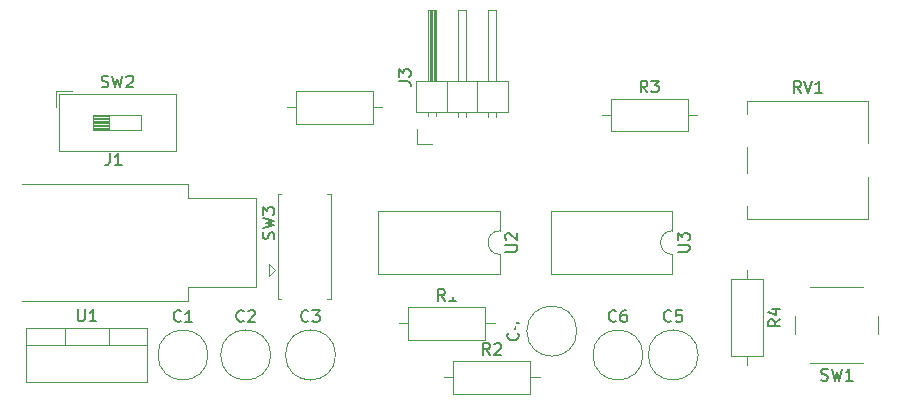
<source format=gbr>
%TF.GenerationSoftware,KiCad,Pcbnew,7.0.9*%
%TF.CreationDate,2024-01-28T22:41:43+11:00*%
%TF.ProjectId,power-module,706f7765-722d-46d6-9f64-756c652e6b69,rev?*%
%TF.SameCoordinates,Original*%
%TF.FileFunction,Legend,Top*%
%TF.FilePolarity,Positive*%
%FSLAX46Y46*%
G04 Gerber Fmt 4.6, Leading zero omitted, Abs format (unit mm)*
G04 Created by KiCad (PCBNEW 7.0.9) date 2024-01-28 22:41:43*
%MOMM*%
%LPD*%
G01*
G04 APERTURE LIST*
%ADD10C,0.150000*%
%ADD11C,0.120000*%
%ADD12C,1.200000*%
%ADD13C,1.600000*%
%ADD14O,1.600000X1.600000*%
%ADD15C,4.000000*%
%ADD16C,2.340000*%
%ADD17R,2.020000X5.020000*%
%ADD18O,2.020000X5.020000*%
%ADD19O,3.500000X2.200000*%
%ADD20R,2.500000X1.500000*%
%ADD21O,2.500000X1.500000*%
%ADD22R,1.600000X1.600000*%
%ADD23C,2.000000*%
%ADD24R,1.700000X1.700000*%
%ADD25O,1.700000X1.700000*%
%ADD26R,1.905000X2.000000*%
%ADD27O,1.905000X2.000000*%
G04 APERTURE END LIST*
D10*
X153319580Y-64821666D02*
X153367200Y-64869285D01*
X153367200Y-64869285D02*
X153414819Y-65012142D01*
X153414819Y-65012142D02*
X153414819Y-65107380D01*
X153414819Y-65107380D02*
X153367200Y-65250237D01*
X153367200Y-65250237D02*
X153271961Y-65345475D01*
X153271961Y-65345475D02*
X153176723Y-65393094D01*
X153176723Y-65393094D02*
X152986247Y-65440713D01*
X152986247Y-65440713D02*
X152843390Y-65440713D01*
X152843390Y-65440713D02*
X152652914Y-65393094D01*
X152652914Y-65393094D02*
X152557676Y-65345475D01*
X152557676Y-65345475D02*
X152462438Y-65250237D01*
X152462438Y-65250237D02*
X152414819Y-65107380D01*
X152414819Y-65107380D02*
X152414819Y-65012142D01*
X152414819Y-65012142D02*
X152462438Y-64869285D01*
X152462438Y-64869285D02*
X152510057Y-64821666D01*
X152748152Y-63964523D02*
X153414819Y-63964523D01*
X152367200Y-64202618D02*
X153081485Y-64440713D01*
X153081485Y-64440713D02*
X153081485Y-63821666D01*
X166318333Y-63784580D02*
X166270714Y-63832200D01*
X166270714Y-63832200D02*
X166127857Y-63879819D01*
X166127857Y-63879819D02*
X166032619Y-63879819D01*
X166032619Y-63879819D02*
X165889762Y-63832200D01*
X165889762Y-63832200D02*
X165794524Y-63736961D01*
X165794524Y-63736961D02*
X165746905Y-63641723D01*
X165746905Y-63641723D02*
X165699286Y-63451247D01*
X165699286Y-63451247D02*
X165699286Y-63308390D01*
X165699286Y-63308390D02*
X165746905Y-63117914D01*
X165746905Y-63117914D02*
X165794524Y-63022676D01*
X165794524Y-63022676D02*
X165889762Y-62927438D01*
X165889762Y-62927438D02*
X166032619Y-62879819D01*
X166032619Y-62879819D02*
X166127857Y-62879819D01*
X166127857Y-62879819D02*
X166270714Y-62927438D01*
X166270714Y-62927438D02*
X166318333Y-62975057D01*
X167223095Y-62879819D02*
X166746905Y-62879819D01*
X166746905Y-62879819D02*
X166699286Y-63356009D01*
X166699286Y-63356009D02*
X166746905Y-63308390D01*
X166746905Y-63308390D02*
X166842143Y-63260771D01*
X166842143Y-63260771D02*
X167080238Y-63260771D01*
X167080238Y-63260771D02*
X167175476Y-63308390D01*
X167175476Y-63308390D02*
X167223095Y-63356009D01*
X167223095Y-63356009D02*
X167270714Y-63451247D01*
X167270714Y-63451247D02*
X167270714Y-63689342D01*
X167270714Y-63689342D02*
X167223095Y-63784580D01*
X167223095Y-63784580D02*
X167175476Y-63832200D01*
X167175476Y-63832200D02*
X167080238Y-63879819D01*
X167080238Y-63879819D02*
X166842143Y-63879819D01*
X166842143Y-63879819D02*
X166746905Y-63832200D01*
X166746905Y-63832200D02*
X166699286Y-63784580D01*
X147153333Y-62092819D02*
X146820000Y-61616628D01*
X146581905Y-62092819D02*
X146581905Y-61092819D01*
X146581905Y-61092819D02*
X146962857Y-61092819D01*
X146962857Y-61092819D02*
X147058095Y-61140438D01*
X147058095Y-61140438D02*
X147105714Y-61188057D01*
X147105714Y-61188057D02*
X147153333Y-61283295D01*
X147153333Y-61283295D02*
X147153333Y-61426152D01*
X147153333Y-61426152D02*
X147105714Y-61521390D01*
X147105714Y-61521390D02*
X147058095Y-61569009D01*
X147058095Y-61569009D02*
X146962857Y-61616628D01*
X146962857Y-61616628D02*
X146581905Y-61616628D01*
X148105714Y-62092819D02*
X147534286Y-62092819D01*
X147820000Y-62092819D02*
X147820000Y-61092819D01*
X147820000Y-61092819D02*
X147724762Y-61235676D01*
X147724762Y-61235676D02*
X147629524Y-61330914D01*
X147629524Y-61330914D02*
X147534286Y-61378533D01*
X177284761Y-44469819D02*
X176951428Y-43993628D01*
X176713333Y-44469819D02*
X176713333Y-43469819D01*
X176713333Y-43469819D02*
X177094285Y-43469819D01*
X177094285Y-43469819D02*
X177189523Y-43517438D01*
X177189523Y-43517438D02*
X177237142Y-43565057D01*
X177237142Y-43565057D02*
X177284761Y-43660295D01*
X177284761Y-43660295D02*
X177284761Y-43803152D01*
X177284761Y-43803152D02*
X177237142Y-43898390D01*
X177237142Y-43898390D02*
X177189523Y-43946009D01*
X177189523Y-43946009D02*
X177094285Y-43993628D01*
X177094285Y-43993628D02*
X176713333Y-43993628D01*
X177570476Y-43469819D02*
X177903809Y-44469819D01*
X177903809Y-44469819D02*
X178237142Y-43469819D01*
X179094285Y-44469819D02*
X178522857Y-44469819D01*
X178808571Y-44469819D02*
X178808571Y-43469819D01*
X178808571Y-43469819D02*
X178713333Y-43612676D01*
X178713333Y-43612676D02*
X178618095Y-43707914D01*
X178618095Y-43707914D02*
X178522857Y-43755533D01*
X118781666Y-49604819D02*
X118781666Y-50319104D01*
X118781666Y-50319104D02*
X118734047Y-50461961D01*
X118734047Y-50461961D02*
X118638809Y-50557200D01*
X118638809Y-50557200D02*
X118495952Y-50604819D01*
X118495952Y-50604819D02*
X118400714Y-50604819D01*
X119781666Y-50604819D02*
X119210238Y-50604819D01*
X119495952Y-50604819D02*
X119495952Y-49604819D01*
X119495952Y-49604819D02*
X119400714Y-49747676D01*
X119400714Y-49747676D02*
X119305476Y-49842914D01*
X119305476Y-49842914D02*
X119210238Y-49890533D01*
X132672200Y-56838332D02*
X132719819Y-56695475D01*
X132719819Y-56695475D02*
X132719819Y-56457380D01*
X132719819Y-56457380D02*
X132672200Y-56362142D01*
X132672200Y-56362142D02*
X132624580Y-56314523D01*
X132624580Y-56314523D02*
X132529342Y-56266904D01*
X132529342Y-56266904D02*
X132434104Y-56266904D01*
X132434104Y-56266904D02*
X132338866Y-56314523D01*
X132338866Y-56314523D02*
X132291247Y-56362142D01*
X132291247Y-56362142D02*
X132243628Y-56457380D01*
X132243628Y-56457380D02*
X132196009Y-56647856D01*
X132196009Y-56647856D02*
X132148390Y-56743094D01*
X132148390Y-56743094D02*
X132100771Y-56790713D01*
X132100771Y-56790713D02*
X132005533Y-56838332D01*
X132005533Y-56838332D02*
X131910295Y-56838332D01*
X131910295Y-56838332D02*
X131815057Y-56790713D01*
X131815057Y-56790713D02*
X131767438Y-56743094D01*
X131767438Y-56743094D02*
X131719819Y-56647856D01*
X131719819Y-56647856D02*
X131719819Y-56409761D01*
X131719819Y-56409761D02*
X131767438Y-56266904D01*
X131719819Y-55933570D02*
X132719819Y-55695475D01*
X132719819Y-55695475D02*
X132005533Y-55504999D01*
X132005533Y-55504999D02*
X132719819Y-55314523D01*
X132719819Y-55314523D02*
X131719819Y-55076428D01*
X131719819Y-54790713D02*
X131719819Y-54171666D01*
X131719819Y-54171666D02*
X132100771Y-54504999D01*
X132100771Y-54504999D02*
X132100771Y-54362142D01*
X132100771Y-54362142D02*
X132148390Y-54266904D01*
X132148390Y-54266904D02*
X132196009Y-54219285D01*
X132196009Y-54219285D02*
X132291247Y-54171666D01*
X132291247Y-54171666D02*
X132529342Y-54171666D01*
X132529342Y-54171666D02*
X132624580Y-54219285D01*
X132624580Y-54219285D02*
X132672200Y-54266904D01*
X132672200Y-54266904D02*
X132719819Y-54362142D01*
X132719819Y-54362142D02*
X132719819Y-54647856D01*
X132719819Y-54647856D02*
X132672200Y-54743094D01*
X132672200Y-54743094D02*
X132624580Y-54790713D01*
X164298333Y-44439819D02*
X163965000Y-43963628D01*
X163726905Y-44439819D02*
X163726905Y-43439819D01*
X163726905Y-43439819D02*
X164107857Y-43439819D01*
X164107857Y-43439819D02*
X164203095Y-43487438D01*
X164203095Y-43487438D02*
X164250714Y-43535057D01*
X164250714Y-43535057D02*
X164298333Y-43630295D01*
X164298333Y-43630295D02*
X164298333Y-43773152D01*
X164298333Y-43773152D02*
X164250714Y-43868390D01*
X164250714Y-43868390D02*
X164203095Y-43916009D01*
X164203095Y-43916009D02*
X164107857Y-43963628D01*
X164107857Y-43963628D02*
X163726905Y-43963628D01*
X164631667Y-43439819D02*
X165250714Y-43439819D01*
X165250714Y-43439819D02*
X164917381Y-43820771D01*
X164917381Y-43820771D02*
X165060238Y-43820771D01*
X165060238Y-43820771D02*
X165155476Y-43868390D01*
X165155476Y-43868390D02*
X165203095Y-43916009D01*
X165203095Y-43916009D02*
X165250714Y-44011247D01*
X165250714Y-44011247D02*
X165250714Y-44249342D01*
X165250714Y-44249342D02*
X165203095Y-44344580D01*
X165203095Y-44344580D02*
X165155476Y-44392200D01*
X165155476Y-44392200D02*
X165060238Y-44439819D01*
X165060238Y-44439819D02*
X164774524Y-44439819D01*
X164774524Y-44439819D02*
X164679286Y-44392200D01*
X164679286Y-44392200D02*
X164631667Y-44344580D01*
X161643333Y-63784580D02*
X161595714Y-63832200D01*
X161595714Y-63832200D02*
X161452857Y-63879819D01*
X161452857Y-63879819D02*
X161357619Y-63879819D01*
X161357619Y-63879819D02*
X161214762Y-63832200D01*
X161214762Y-63832200D02*
X161119524Y-63736961D01*
X161119524Y-63736961D02*
X161071905Y-63641723D01*
X161071905Y-63641723D02*
X161024286Y-63451247D01*
X161024286Y-63451247D02*
X161024286Y-63308390D01*
X161024286Y-63308390D02*
X161071905Y-63117914D01*
X161071905Y-63117914D02*
X161119524Y-63022676D01*
X161119524Y-63022676D02*
X161214762Y-62927438D01*
X161214762Y-62927438D02*
X161357619Y-62879819D01*
X161357619Y-62879819D02*
X161452857Y-62879819D01*
X161452857Y-62879819D02*
X161595714Y-62927438D01*
X161595714Y-62927438D02*
X161643333Y-62975057D01*
X162500476Y-62879819D02*
X162310000Y-62879819D01*
X162310000Y-62879819D02*
X162214762Y-62927438D01*
X162214762Y-62927438D02*
X162167143Y-62975057D01*
X162167143Y-62975057D02*
X162071905Y-63117914D01*
X162071905Y-63117914D02*
X162024286Y-63308390D01*
X162024286Y-63308390D02*
X162024286Y-63689342D01*
X162024286Y-63689342D02*
X162071905Y-63784580D01*
X162071905Y-63784580D02*
X162119524Y-63832200D01*
X162119524Y-63832200D02*
X162214762Y-63879819D01*
X162214762Y-63879819D02*
X162405238Y-63879819D01*
X162405238Y-63879819D02*
X162500476Y-63832200D01*
X162500476Y-63832200D02*
X162548095Y-63784580D01*
X162548095Y-63784580D02*
X162595714Y-63689342D01*
X162595714Y-63689342D02*
X162595714Y-63451247D01*
X162595714Y-63451247D02*
X162548095Y-63356009D01*
X162548095Y-63356009D02*
X162500476Y-63308390D01*
X162500476Y-63308390D02*
X162405238Y-63260771D01*
X162405238Y-63260771D02*
X162214762Y-63260771D01*
X162214762Y-63260771D02*
X162119524Y-63308390D01*
X162119524Y-63308390D02*
X162071905Y-63356009D01*
X162071905Y-63356009D02*
X162024286Y-63451247D01*
X166874819Y-57921904D02*
X167684342Y-57921904D01*
X167684342Y-57921904D02*
X167779580Y-57874285D01*
X167779580Y-57874285D02*
X167827200Y-57826666D01*
X167827200Y-57826666D02*
X167874819Y-57731428D01*
X167874819Y-57731428D02*
X167874819Y-57540952D01*
X167874819Y-57540952D02*
X167827200Y-57445714D01*
X167827200Y-57445714D02*
X167779580Y-57398095D01*
X167779580Y-57398095D02*
X167684342Y-57350476D01*
X167684342Y-57350476D02*
X166874819Y-57350476D01*
X166874819Y-56969523D02*
X166874819Y-56350476D01*
X166874819Y-56350476D02*
X167255771Y-56683809D01*
X167255771Y-56683809D02*
X167255771Y-56540952D01*
X167255771Y-56540952D02*
X167303390Y-56445714D01*
X167303390Y-56445714D02*
X167351009Y-56398095D01*
X167351009Y-56398095D02*
X167446247Y-56350476D01*
X167446247Y-56350476D02*
X167684342Y-56350476D01*
X167684342Y-56350476D02*
X167779580Y-56398095D01*
X167779580Y-56398095D02*
X167827200Y-56445714D01*
X167827200Y-56445714D02*
X167874819Y-56540952D01*
X167874819Y-56540952D02*
X167874819Y-56826666D01*
X167874819Y-56826666D02*
X167827200Y-56921904D01*
X167827200Y-56921904D02*
X167779580Y-56969523D01*
X135608333Y-63784580D02*
X135560714Y-63832200D01*
X135560714Y-63832200D02*
X135417857Y-63879819D01*
X135417857Y-63879819D02*
X135322619Y-63879819D01*
X135322619Y-63879819D02*
X135179762Y-63832200D01*
X135179762Y-63832200D02*
X135084524Y-63736961D01*
X135084524Y-63736961D02*
X135036905Y-63641723D01*
X135036905Y-63641723D02*
X134989286Y-63451247D01*
X134989286Y-63451247D02*
X134989286Y-63308390D01*
X134989286Y-63308390D02*
X135036905Y-63117914D01*
X135036905Y-63117914D02*
X135084524Y-63022676D01*
X135084524Y-63022676D02*
X135179762Y-62927438D01*
X135179762Y-62927438D02*
X135322619Y-62879819D01*
X135322619Y-62879819D02*
X135417857Y-62879819D01*
X135417857Y-62879819D02*
X135560714Y-62927438D01*
X135560714Y-62927438D02*
X135608333Y-62975057D01*
X135941667Y-62879819D02*
X136560714Y-62879819D01*
X136560714Y-62879819D02*
X136227381Y-63260771D01*
X136227381Y-63260771D02*
X136370238Y-63260771D01*
X136370238Y-63260771D02*
X136465476Y-63308390D01*
X136465476Y-63308390D02*
X136513095Y-63356009D01*
X136513095Y-63356009D02*
X136560714Y-63451247D01*
X136560714Y-63451247D02*
X136560714Y-63689342D01*
X136560714Y-63689342D02*
X136513095Y-63784580D01*
X136513095Y-63784580D02*
X136465476Y-63832200D01*
X136465476Y-63832200D02*
X136370238Y-63879819D01*
X136370238Y-63879819D02*
X136084524Y-63879819D01*
X136084524Y-63879819D02*
X135989286Y-63832200D01*
X135989286Y-63832200D02*
X135941667Y-63784580D01*
X152269819Y-57921904D02*
X153079342Y-57921904D01*
X153079342Y-57921904D02*
X153174580Y-57874285D01*
X153174580Y-57874285D02*
X153222200Y-57826666D01*
X153222200Y-57826666D02*
X153269819Y-57731428D01*
X153269819Y-57731428D02*
X153269819Y-57540952D01*
X153269819Y-57540952D02*
X153222200Y-57445714D01*
X153222200Y-57445714D02*
X153174580Y-57398095D01*
X153174580Y-57398095D02*
X153079342Y-57350476D01*
X153079342Y-57350476D02*
X152269819Y-57350476D01*
X152365057Y-56921904D02*
X152317438Y-56874285D01*
X152317438Y-56874285D02*
X152269819Y-56779047D01*
X152269819Y-56779047D02*
X152269819Y-56540952D01*
X152269819Y-56540952D02*
X152317438Y-56445714D01*
X152317438Y-56445714D02*
X152365057Y-56398095D01*
X152365057Y-56398095D02*
X152460295Y-56350476D01*
X152460295Y-56350476D02*
X152555533Y-56350476D01*
X152555533Y-56350476D02*
X152698390Y-56398095D01*
X152698390Y-56398095D02*
X153269819Y-56969523D01*
X153269819Y-56969523D02*
X153269819Y-56350476D01*
X124813333Y-63784580D02*
X124765714Y-63832200D01*
X124765714Y-63832200D02*
X124622857Y-63879819D01*
X124622857Y-63879819D02*
X124527619Y-63879819D01*
X124527619Y-63879819D02*
X124384762Y-63832200D01*
X124384762Y-63832200D02*
X124289524Y-63736961D01*
X124289524Y-63736961D02*
X124241905Y-63641723D01*
X124241905Y-63641723D02*
X124194286Y-63451247D01*
X124194286Y-63451247D02*
X124194286Y-63308390D01*
X124194286Y-63308390D02*
X124241905Y-63117914D01*
X124241905Y-63117914D02*
X124289524Y-63022676D01*
X124289524Y-63022676D02*
X124384762Y-62927438D01*
X124384762Y-62927438D02*
X124527619Y-62879819D01*
X124527619Y-62879819D02*
X124622857Y-62879819D01*
X124622857Y-62879819D02*
X124765714Y-62927438D01*
X124765714Y-62927438D02*
X124813333Y-62975057D01*
X125765714Y-63879819D02*
X125194286Y-63879819D01*
X125480000Y-63879819D02*
X125480000Y-62879819D01*
X125480000Y-62879819D02*
X125384762Y-63022676D01*
X125384762Y-63022676D02*
X125289524Y-63117914D01*
X125289524Y-63117914D02*
X125194286Y-63165533D01*
X179006667Y-68792200D02*
X179149524Y-68839819D01*
X179149524Y-68839819D02*
X179387619Y-68839819D01*
X179387619Y-68839819D02*
X179482857Y-68792200D01*
X179482857Y-68792200D02*
X179530476Y-68744580D01*
X179530476Y-68744580D02*
X179578095Y-68649342D01*
X179578095Y-68649342D02*
X179578095Y-68554104D01*
X179578095Y-68554104D02*
X179530476Y-68458866D01*
X179530476Y-68458866D02*
X179482857Y-68411247D01*
X179482857Y-68411247D02*
X179387619Y-68363628D01*
X179387619Y-68363628D02*
X179197143Y-68316009D01*
X179197143Y-68316009D02*
X179101905Y-68268390D01*
X179101905Y-68268390D02*
X179054286Y-68220771D01*
X179054286Y-68220771D02*
X179006667Y-68125533D01*
X179006667Y-68125533D02*
X179006667Y-68030295D01*
X179006667Y-68030295D02*
X179054286Y-67935057D01*
X179054286Y-67935057D02*
X179101905Y-67887438D01*
X179101905Y-67887438D02*
X179197143Y-67839819D01*
X179197143Y-67839819D02*
X179435238Y-67839819D01*
X179435238Y-67839819D02*
X179578095Y-67887438D01*
X179911429Y-67839819D02*
X180149524Y-68839819D01*
X180149524Y-68839819D02*
X180340000Y-68125533D01*
X180340000Y-68125533D02*
X180530476Y-68839819D01*
X180530476Y-68839819D02*
X180768572Y-67839819D01*
X181673333Y-68839819D02*
X181101905Y-68839819D01*
X181387619Y-68839819D02*
X181387619Y-67839819D01*
X181387619Y-67839819D02*
X181292381Y-67982676D01*
X181292381Y-67982676D02*
X181197143Y-68077914D01*
X181197143Y-68077914D02*
X181101905Y-68125533D01*
X143249819Y-43503333D02*
X143964104Y-43503333D01*
X143964104Y-43503333D02*
X144106961Y-43550952D01*
X144106961Y-43550952D02*
X144202200Y-43646190D01*
X144202200Y-43646190D02*
X144249819Y-43789047D01*
X144249819Y-43789047D02*
X144249819Y-43884285D01*
X143249819Y-43122380D02*
X143249819Y-42503333D01*
X143249819Y-42503333D02*
X143630771Y-42836666D01*
X143630771Y-42836666D02*
X143630771Y-42693809D01*
X143630771Y-42693809D02*
X143678390Y-42598571D01*
X143678390Y-42598571D02*
X143726009Y-42550952D01*
X143726009Y-42550952D02*
X143821247Y-42503333D01*
X143821247Y-42503333D02*
X144059342Y-42503333D01*
X144059342Y-42503333D02*
X144154580Y-42550952D01*
X144154580Y-42550952D02*
X144202200Y-42598571D01*
X144202200Y-42598571D02*
X144249819Y-42693809D01*
X144249819Y-42693809D02*
X144249819Y-42979523D01*
X144249819Y-42979523D02*
X144202200Y-43074761D01*
X144202200Y-43074761D02*
X144154580Y-43122380D01*
X150963333Y-66664819D02*
X150630000Y-66188628D01*
X150391905Y-66664819D02*
X150391905Y-65664819D01*
X150391905Y-65664819D02*
X150772857Y-65664819D01*
X150772857Y-65664819D02*
X150868095Y-65712438D01*
X150868095Y-65712438D02*
X150915714Y-65760057D01*
X150915714Y-65760057D02*
X150963333Y-65855295D01*
X150963333Y-65855295D02*
X150963333Y-65998152D01*
X150963333Y-65998152D02*
X150915714Y-66093390D01*
X150915714Y-66093390D02*
X150868095Y-66141009D01*
X150868095Y-66141009D02*
X150772857Y-66188628D01*
X150772857Y-66188628D02*
X150391905Y-66188628D01*
X151344286Y-65760057D02*
X151391905Y-65712438D01*
X151391905Y-65712438D02*
X151487143Y-65664819D01*
X151487143Y-65664819D02*
X151725238Y-65664819D01*
X151725238Y-65664819D02*
X151820476Y-65712438D01*
X151820476Y-65712438D02*
X151868095Y-65760057D01*
X151868095Y-65760057D02*
X151915714Y-65855295D01*
X151915714Y-65855295D02*
X151915714Y-65950533D01*
X151915714Y-65950533D02*
X151868095Y-66093390D01*
X151868095Y-66093390D02*
X151296667Y-66664819D01*
X151296667Y-66664819D02*
X151915714Y-66664819D01*
X175544819Y-63666666D02*
X175068628Y-63999999D01*
X175544819Y-64238094D02*
X174544819Y-64238094D01*
X174544819Y-64238094D02*
X174544819Y-63857142D01*
X174544819Y-63857142D02*
X174592438Y-63761904D01*
X174592438Y-63761904D02*
X174640057Y-63714285D01*
X174640057Y-63714285D02*
X174735295Y-63666666D01*
X174735295Y-63666666D02*
X174878152Y-63666666D01*
X174878152Y-63666666D02*
X174973390Y-63714285D01*
X174973390Y-63714285D02*
X175021009Y-63761904D01*
X175021009Y-63761904D02*
X175068628Y-63857142D01*
X175068628Y-63857142D02*
X175068628Y-64238094D01*
X174878152Y-62809523D02*
X175544819Y-62809523D01*
X174497200Y-63047618D02*
X175211485Y-63285713D01*
X175211485Y-63285713D02*
X175211485Y-62666666D01*
X130123333Y-63784580D02*
X130075714Y-63832200D01*
X130075714Y-63832200D02*
X129932857Y-63879819D01*
X129932857Y-63879819D02*
X129837619Y-63879819D01*
X129837619Y-63879819D02*
X129694762Y-63832200D01*
X129694762Y-63832200D02*
X129599524Y-63736961D01*
X129599524Y-63736961D02*
X129551905Y-63641723D01*
X129551905Y-63641723D02*
X129504286Y-63451247D01*
X129504286Y-63451247D02*
X129504286Y-63308390D01*
X129504286Y-63308390D02*
X129551905Y-63117914D01*
X129551905Y-63117914D02*
X129599524Y-63022676D01*
X129599524Y-63022676D02*
X129694762Y-62927438D01*
X129694762Y-62927438D02*
X129837619Y-62879819D01*
X129837619Y-62879819D02*
X129932857Y-62879819D01*
X129932857Y-62879819D02*
X130075714Y-62927438D01*
X130075714Y-62927438D02*
X130123333Y-62975057D01*
X130504286Y-62975057D02*
X130551905Y-62927438D01*
X130551905Y-62927438D02*
X130647143Y-62879819D01*
X130647143Y-62879819D02*
X130885238Y-62879819D01*
X130885238Y-62879819D02*
X130980476Y-62927438D01*
X130980476Y-62927438D02*
X131028095Y-62975057D01*
X131028095Y-62975057D02*
X131075714Y-63070295D01*
X131075714Y-63070295D02*
X131075714Y-63165533D01*
X131075714Y-63165533D02*
X131028095Y-63308390D01*
X131028095Y-63308390D02*
X130456667Y-63879819D01*
X130456667Y-63879819D02*
X131075714Y-63879819D01*
X116078095Y-62804819D02*
X116078095Y-63614342D01*
X116078095Y-63614342D02*
X116125714Y-63709580D01*
X116125714Y-63709580D02*
X116173333Y-63757200D01*
X116173333Y-63757200D02*
X116268571Y-63804819D01*
X116268571Y-63804819D02*
X116459047Y-63804819D01*
X116459047Y-63804819D02*
X116554285Y-63757200D01*
X116554285Y-63757200D02*
X116601904Y-63709580D01*
X116601904Y-63709580D02*
X116649523Y-63614342D01*
X116649523Y-63614342D02*
X116649523Y-62804819D01*
X117649523Y-63804819D02*
X117078095Y-63804819D01*
X117363809Y-63804819D02*
X117363809Y-62804819D01*
X117363809Y-62804819D02*
X117268571Y-62947676D01*
X117268571Y-62947676D02*
X117173333Y-63042914D01*
X117173333Y-63042914D02*
X117078095Y-63090533D01*
X118089167Y-43977200D02*
X118232024Y-44024819D01*
X118232024Y-44024819D02*
X118470119Y-44024819D01*
X118470119Y-44024819D02*
X118565357Y-43977200D01*
X118565357Y-43977200D02*
X118612976Y-43929580D01*
X118612976Y-43929580D02*
X118660595Y-43834342D01*
X118660595Y-43834342D02*
X118660595Y-43739104D01*
X118660595Y-43739104D02*
X118612976Y-43643866D01*
X118612976Y-43643866D02*
X118565357Y-43596247D01*
X118565357Y-43596247D02*
X118470119Y-43548628D01*
X118470119Y-43548628D02*
X118279643Y-43501009D01*
X118279643Y-43501009D02*
X118184405Y-43453390D01*
X118184405Y-43453390D02*
X118136786Y-43405771D01*
X118136786Y-43405771D02*
X118089167Y-43310533D01*
X118089167Y-43310533D02*
X118089167Y-43215295D01*
X118089167Y-43215295D02*
X118136786Y-43120057D01*
X118136786Y-43120057D02*
X118184405Y-43072438D01*
X118184405Y-43072438D02*
X118279643Y-43024819D01*
X118279643Y-43024819D02*
X118517738Y-43024819D01*
X118517738Y-43024819D02*
X118660595Y-43072438D01*
X118993929Y-43024819D02*
X119232024Y-44024819D01*
X119232024Y-44024819D02*
X119422500Y-43310533D01*
X119422500Y-43310533D02*
X119612976Y-44024819D01*
X119612976Y-44024819D02*
X119851072Y-43024819D01*
X120184405Y-43120057D02*
X120232024Y-43072438D01*
X120232024Y-43072438D02*
X120327262Y-43024819D01*
X120327262Y-43024819D02*
X120565357Y-43024819D01*
X120565357Y-43024819D02*
X120660595Y-43072438D01*
X120660595Y-43072438D02*
X120708214Y-43120057D01*
X120708214Y-43120057D02*
X120755833Y-43215295D01*
X120755833Y-43215295D02*
X120755833Y-43310533D01*
X120755833Y-43310533D02*
X120708214Y-43453390D01*
X120708214Y-43453390D02*
X120136786Y-44024819D01*
X120136786Y-44024819D02*
X120755833Y-44024819D01*
D11*
%TO.C,C4*%
X158330000Y-64655000D02*
G75*
G03*
X158330000Y-64655000I-2120000J0D01*
G01*
%TO.C,C5*%
X168605000Y-66675000D02*
G75*
G03*
X168605000Y-66675000I-2120000J0D01*
G01*
%TO.C,R1*%
X143280000Y-64008000D02*
X144050000Y-64008000D01*
X144050000Y-62638000D02*
X144050000Y-65378000D01*
X144050000Y-65378000D02*
X150590000Y-65378000D01*
X150590000Y-62638000D02*
X144050000Y-62638000D01*
X150590000Y-65378000D02*
X150590000Y-62638000D01*
X151360000Y-64008000D02*
X150590000Y-64008000D01*
%TO.C,RV1*%
X172760000Y-45144000D02*
X172760000Y-46239000D01*
X172760000Y-45144000D02*
X183000000Y-45144000D01*
X172760000Y-49091000D02*
X172760000Y-51240000D01*
X172760000Y-54090000D02*
X172760000Y-55185000D01*
X172760000Y-55185000D02*
X183000000Y-55185000D01*
X183000000Y-45144000D02*
X183000000Y-48740000D01*
X183000000Y-51590000D02*
X183000000Y-55185000D01*
%TO.C,J1*%
X111365000Y-62095000D02*
X125365000Y-62095000D01*
X125365000Y-52205000D02*
X111365000Y-52205000D01*
X125365000Y-53410000D02*
X125365000Y-52205000D01*
X125365000Y-60890000D02*
X131135000Y-60890000D01*
X125365000Y-62095000D02*
X125365000Y-60890000D01*
X131135000Y-53410000D02*
X125365000Y-53410000D01*
X131135000Y-60890000D02*
X131135000Y-53410000D01*
%TO.C,SW3*%
X132995000Y-61905000D02*
X132995000Y-53085000D01*
X133305000Y-61905000D02*
X132995000Y-61905000D01*
X137515000Y-61905000D02*
X137205000Y-61905000D01*
X132295000Y-59995000D02*
X132795000Y-59495000D01*
X132795000Y-59495000D02*
X132295000Y-58995000D01*
X132295000Y-58995000D02*
X132295000Y-59995000D01*
X132995000Y-53085000D02*
X133305000Y-53085000D01*
X137515000Y-53085000D02*
X137515000Y-61905000D01*
X137515000Y-53085000D02*
X137205000Y-53085000D01*
%TO.C,R3*%
X160425000Y-46355000D02*
X161195000Y-46355000D01*
X161195000Y-44985000D02*
X161195000Y-47725000D01*
X161195000Y-47725000D02*
X167735000Y-47725000D01*
X167735000Y-44985000D02*
X161195000Y-44985000D01*
X167735000Y-47725000D02*
X167735000Y-44985000D01*
X168505000Y-46355000D02*
X167735000Y-46355000D01*
%TO.C,C6*%
X163930000Y-66675000D02*
G75*
G03*
X163930000Y-66675000I-2120000J0D01*
G01*
%TO.C,U3*%
X166420000Y-54510000D02*
X156140000Y-54510000D01*
X156140000Y-54510000D02*
X156140000Y-59810000D01*
X166420000Y-56160000D02*
X166420000Y-54510000D01*
X166420000Y-59810000D02*
X166420000Y-58160000D01*
X156140000Y-59810000D02*
X166420000Y-59810000D01*
X166420000Y-56160000D02*
G75*
G03*
X166420000Y-58160000I0J-1000000D01*
G01*
%TO.C,C3*%
X137895000Y-66675000D02*
G75*
G03*
X137895000Y-66675000I-2120000J0D01*
G01*
%TO.C,U2*%
X151815000Y-54510000D02*
X141535000Y-54510000D01*
X141535000Y-54510000D02*
X141535000Y-59810000D01*
X151815000Y-56160000D02*
X151815000Y-54510000D01*
X151815000Y-59810000D02*
X151815000Y-58160000D01*
X141535000Y-59810000D02*
X151815000Y-59810000D01*
X151815000Y-56160000D02*
G75*
G03*
X151815000Y-58160000I0J-1000000D01*
G01*
%TO.C,R5*%
X133755000Y-45720000D02*
X134525000Y-45720000D01*
X134525000Y-44350000D02*
X134525000Y-47090000D01*
X134525000Y-47090000D02*
X141065000Y-47090000D01*
X141065000Y-44350000D02*
X134525000Y-44350000D01*
X141065000Y-47090000D02*
X141065000Y-44350000D01*
X141835000Y-45720000D02*
X141065000Y-45720000D01*
%TO.C,C1*%
X127100000Y-66675000D02*
G75*
G03*
X127100000Y-66675000I-2120000J0D01*
G01*
%TO.C,SW1*%
X183840000Y-64885000D02*
X183840000Y-63385000D01*
X182590000Y-60885000D02*
X178090000Y-60885000D01*
X178090000Y-67385000D02*
X182590000Y-67385000D01*
X176840000Y-63385000D02*
X176840000Y-64885000D01*
%TO.C,J3*%
X144795000Y-48825000D02*
X144795000Y-47555000D01*
X146065000Y-48825000D02*
X144795000Y-48825000D01*
X148225000Y-46512071D02*
X148225000Y-46115000D01*
X148985000Y-46512071D02*
X148985000Y-46115000D01*
X150765000Y-46512071D02*
X150765000Y-46115000D01*
X151525000Y-46512071D02*
X151525000Y-46115000D01*
X145685000Y-46445000D02*
X145685000Y-46115000D01*
X146445000Y-46445000D02*
X146445000Y-46115000D01*
X144735000Y-46115000D02*
X152475000Y-46115000D01*
X147335000Y-46115000D02*
X147335000Y-43455000D01*
X149875000Y-46115000D02*
X149875000Y-43455000D01*
X152475000Y-46115000D02*
X152475000Y-43455000D01*
X144735000Y-43455000D02*
X144735000Y-46115000D01*
X145685000Y-43455000D02*
X145685000Y-37455000D01*
X145745000Y-43455000D02*
X145745000Y-37455000D01*
X145865000Y-43455000D02*
X145865000Y-37455000D01*
X145985000Y-43455000D02*
X145985000Y-37455000D01*
X146105000Y-43455000D02*
X146105000Y-37455000D01*
X146225000Y-43455000D02*
X146225000Y-37455000D01*
X146345000Y-43455000D02*
X146345000Y-37455000D01*
X148225000Y-43455000D02*
X148225000Y-37455000D01*
X150765000Y-43455000D02*
X150765000Y-37455000D01*
X152475000Y-43455000D02*
X144735000Y-43455000D01*
X145685000Y-37455000D02*
X146445000Y-37455000D01*
X146445000Y-37455000D02*
X146445000Y-43455000D01*
X148225000Y-37455000D02*
X148985000Y-37455000D01*
X148985000Y-37455000D02*
X148985000Y-43455000D01*
X150765000Y-37455000D02*
X151525000Y-37455000D01*
X151525000Y-37455000D02*
X151525000Y-43455000D01*
%TO.C,R2*%
X147090000Y-68580000D02*
X147860000Y-68580000D01*
X147860000Y-67210000D02*
X147860000Y-69950000D01*
X147860000Y-69950000D02*
X154400000Y-69950000D01*
X154400000Y-67210000D02*
X147860000Y-67210000D01*
X154400000Y-69950000D02*
X154400000Y-67210000D01*
X155170000Y-68580000D02*
X154400000Y-68580000D01*
%TO.C,R4*%
X172720000Y-59460000D02*
X172720000Y-60230000D01*
X174090000Y-60230000D02*
X171350000Y-60230000D01*
X171350000Y-60230000D02*
X171350000Y-66770000D01*
X174090000Y-66770000D02*
X174090000Y-60230000D01*
X171350000Y-66770000D02*
X174090000Y-66770000D01*
X172720000Y-67540000D02*
X172720000Y-66770000D01*
%TO.C,C2*%
X132410000Y-66675000D02*
G75*
G03*
X132410000Y-66675000I-2120000J0D01*
G01*
%TO.C,U1*%
X111720000Y-64350000D02*
X111720000Y-68991000D01*
X111720000Y-64350000D02*
X121960000Y-64350000D01*
X111720000Y-65860000D02*
X121960000Y-65860000D01*
X111720000Y-68991000D02*
X121960000Y-68991000D01*
X114990000Y-64350000D02*
X114990000Y-65860000D01*
X118691000Y-64350000D02*
X118691000Y-65860000D01*
X121960000Y-64350000D02*
X121960000Y-68991000D01*
%TO.C,SW2*%
X114232500Y-44330000D02*
X114232500Y-45713000D01*
X114232500Y-44330000D02*
X115616500Y-44330000D01*
X114472500Y-44570000D02*
X114472500Y-49410000D01*
X114472500Y-44570000D02*
X124372500Y-44570000D01*
X114472500Y-49410000D02*
X124372500Y-49410000D01*
X117392500Y-46355000D02*
X117392500Y-47625000D01*
X117392500Y-46475000D02*
X118745833Y-46475000D01*
X117392500Y-46595000D02*
X118745833Y-46595000D01*
X117392500Y-46715000D02*
X118745833Y-46715000D01*
X117392500Y-46835000D02*
X118745833Y-46835000D01*
X117392500Y-46955000D02*
X118745833Y-46955000D01*
X117392500Y-47075000D02*
X118745833Y-47075000D01*
X117392500Y-47195000D02*
X118745833Y-47195000D01*
X117392500Y-47315000D02*
X118745833Y-47315000D01*
X117392500Y-47435000D02*
X118745833Y-47435000D01*
X117392500Y-47555000D02*
X118745833Y-47555000D01*
X117392500Y-47625000D02*
X121452500Y-47625000D01*
X118745833Y-46355000D02*
X118745833Y-47625000D01*
X121452500Y-46355000D02*
X117392500Y-46355000D01*
X121452500Y-47625000D02*
X121452500Y-46355000D01*
X124372500Y-44570000D02*
X124372500Y-49410000D01*
%TD*%
%LPC*%
D12*
%TO.C,C4*%
X156210000Y-65405000D03*
X156210000Y-63905000D03*
%TD*%
%TO.C,C5*%
X165735000Y-66675000D03*
X167235000Y-66675000D03*
%TD*%
D13*
%TO.C,R1*%
X142240000Y-64008000D03*
D14*
X152400000Y-64008000D03*
%TD*%
D15*
%TO.C,RV1*%
X177880000Y-50165000D03*
D16*
X172880000Y-52665000D03*
X182880000Y-50165000D03*
X172880000Y-47665000D03*
%TD*%
D17*
%TO.C,J1*%
X129915000Y-57150000D03*
D18*
X124735000Y-57150000D03*
%TD*%
D19*
%TO.C,SW3*%
X135255000Y-61595000D03*
X135255000Y-53395000D03*
D20*
X135255000Y-59495000D03*
D21*
X135255000Y-57495000D03*
X135255000Y-55495000D03*
%TD*%
D13*
%TO.C,R3*%
X159385000Y-46355000D03*
D14*
X169545000Y-46355000D03*
%TD*%
D12*
%TO.C,C6*%
X161060000Y-66675000D03*
X162560000Y-66675000D03*
%TD*%
D22*
%TO.C,U3*%
X165090000Y-53350000D03*
D14*
X162550000Y-53350000D03*
X160010000Y-53350000D03*
X157470000Y-53350000D03*
X157470000Y-60970000D03*
X160010000Y-60970000D03*
X162550000Y-60970000D03*
X165090000Y-60970000D03*
%TD*%
D12*
%TO.C,C3*%
X135025000Y-66675000D03*
X136525000Y-66675000D03*
%TD*%
D22*
%TO.C,U2*%
X150485000Y-53350000D03*
D14*
X147945000Y-53350000D03*
X145405000Y-53350000D03*
X142865000Y-53350000D03*
X142865000Y-60970000D03*
X145405000Y-60970000D03*
X147945000Y-60970000D03*
X150485000Y-60970000D03*
%TD*%
D13*
%TO.C,R5*%
X132715000Y-45720000D03*
D14*
X142875000Y-45720000D03*
%TD*%
D12*
%TO.C,C1*%
X124230000Y-66675000D03*
X125730000Y-66675000D03*
%TD*%
D23*
%TO.C,SW1*%
X183590000Y-66385000D03*
X177090000Y-66385000D03*
X183590000Y-61885000D03*
X177090000Y-61885000D03*
%TD*%
D24*
%TO.C,J3*%
X146065000Y-47555000D03*
D25*
X148605000Y-47555000D03*
X151145000Y-47555000D03*
%TD*%
D13*
%TO.C,R2*%
X146050000Y-68580000D03*
D14*
X156210000Y-68580000D03*
%TD*%
D13*
%TO.C,R4*%
X172720000Y-58420000D03*
D14*
X172720000Y-68580000D03*
%TD*%
D12*
%TO.C,C2*%
X129540000Y-66675000D03*
X131040000Y-66675000D03*
%TD*%
D26*
%TO.C,U1*%
X114300000Y-67620000D03*
D27*
X116840000Y-67620000D03*
X119380000Y-67620000D03*
%TD*%
D22*
%TO.C,SW2*%
X115612500Y-46990000D03*
D14*
X123232500Y-46990000D03*
%TD*%
%LPD*%
M02*

</source>
